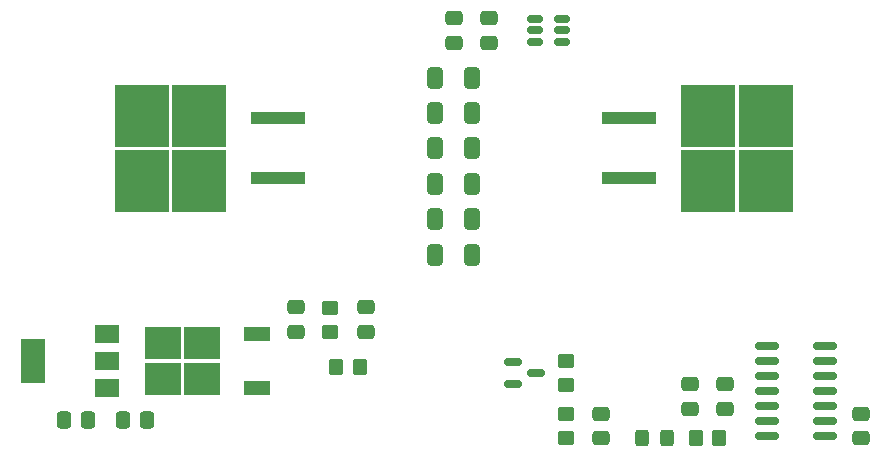
<source format=gbr>
%TF.GenerationSoftware,KiCad,Pcbnew,6.99.0-unknown-c34fb494b1~148~ubuntu20.04.1*%
%TF.CreationDate,2022-06-23T00:09:44+02:00*%
%TF.ProjectId,optimizer,6f707469-6d69-47a6-9572-2e6b69636164,rev?*%
%TF.SameCoordinates,Original*%
%TF.FileFunction,Paste,Top*%
%TF.FilePolarity,Positive*%
%FSLAX46Y46*%
G04 Gerber Fmt 4.6, Leading zero omitted, Abs format (unit mm)*
G04 Created by KiCad (PCBNEW 6.99.0-unknown-c34fb494b1~148~ubuntu20.04.1) date 2022-06-23 00:09:44*
%MOMM*%
%LPD*%
G01*
G04 APERTURE LIST*
G04 Aperture macros list*
%AMRoundRect*
0 Rectangle with rounded corners*
0 $1 Rounding radius*
0 $2 $3 $4 $5 $6 $7 $8 $9 X,Y pos of 4 corners*
0 Add a 4 corners polygon primitive as box body*
4,1,4,$2,$3,$4,$5,$6,$7,$8,$9,$2,$3,0*
0 Add four circle primitives for the rounded corners*
1,1,$1+$1,$2,$3*
1,1,$1+$1,$4,$5*
1,1,$1+$1,$6,$7*
1,1,$1+$1,$8,$9*
0 Add four rect primitives between the rounded corners*
20,1,$1+$1,$2,$3,$4,$5,0*
20,1,$1+$1,$4,$5,$6,$7,0*
20,1,$1+$1,$6,$7,$8,$9,0*
20,1,$1+$1,$8,$9,$2,$3,0*%
G04 Aperture macros list end*
%ADD10RoundRect,0.150000X-0.512500X-0.150000X0.512500X-0.150000X0.512500X0.150000X-0.512500X0.150000X0*%
%ADD11RoundRect,0.250000X0.412500X0.650000X-0.412500X0.650000X-0.412500X-0.650000X0.412500X-0.650000X0*%
%ADD12RoundRect,0.250000X0.475000X-0.337500X0.475000X0.337500X-0.475000X0.337500X-0.475000X-0.337500X0*%
%ADD13RoundRect,0.250000X0.450000X-0.350000X0.450000X0.350000X-0.450000X0.350000X-0.450000X-0.350000X0*%
%ADD14R,4.600000X1.100000*%
%ADD15R,4.550000X5.250000*%
%ADD16RoundRect,0.250000X0.350000X0.450000X-0.350000X0.450000X-0.350000X-0.450000X0.350000X-0.450000X0*%
%ADD17RoundRect,0.250000X-0.475000X0.337500X-0.475000X-0.337500X0.475000X-0.337500X0.475000X0.337500X0*%
%ADD18RoundRect,0.250000X-0.325000X-0.450000X0.325000X-0.450000X0.325000X0.450000X-0.325000X0.450000X0*%
%ADD19RoundRect,0.250000X-0.337500X-0.475000X0.337500X-0.475000X0.337500X0.475000X-0.337500X0.475000X0*%
%ADD20R,3.050000X2.750000*%
%ADD21R,2.200000X1.200000*%
%ADD22RoundRect,0.250000X0.337500X0.475000X-0.337500X0.475000X-0.337500X-0.475000X0.337500X-0.475000X0*%
%ADD23RoundRect,0.150000X-0.587500X-0.150000X0.587500X-0.150000X0.587500X0.150000X-0.587500X0.150000X0*%
%ADD24RoundRect,0.150000X0.825000X0.150000X-0.825000X0.150000X-0.825000X-0.150000X0.825000X-0.150000X0*%
%ADD25R,2.000000X1.500000*%
%ADD26R,2.000000X3.800000*%
%ADD27RoundRect,0.250000X-0.450000X0.350000X-0.450000X-0.350000X0.450000X-0.350000X0.450000X0.350000X0*%
G04 APERTURE END LIST*
D10*
%TO.C,U4*%
X162862500Y-107050000D03*
X162862500Y-108000000D03*
X162862500Y-108950000D03*
X165137500Y-108950000D03*
X165137500Y-108000000D03*
X165137500Y-107050000D03*
%TD*%
D11*
%TO.C,C8*%
X157562500Y-112000000D03*
X154437500Y-112000000D03*
%TD*%
D12*
%TO.C,C1*%
X179000000Y-140037500D03*
X179000000Y-137962500D03*
%TD*%
D11*
%TO.C,C10*%
X157562500Y-118000000D03*
X154437500Y-118000000D03*
%TD*%
D13*
%TO.C,R3*%
X145537500Y-133500000D03*
X145537500Y-131500000D03*
%TD*%
D12*
%TO.C,C3*%
X148537500Y-133537500D03*
X148537500Y-131462500D03*
%TD*%
%TO.C,C4*%
X176000000Y-140037500D03*
X176000000Y-137962500D03*
%TD*%
D14*
%TO.C,D2*%
X141149999Y-115459999D03*
X141149999Y-120539999D03*
D15*
X129574999Y-115224999D03*
X129574999Y-120774999D03*
X134424999Y-115224999D03*
X134424999Y-120774999D03*
%TD*%
D11*
%TO.C,C12*%
X157562500Y-124000000D03*
X154437500Y-124000000D03*
%TD*%
D16*
%TO.C,R2*%
X148037500Y-136500000D03*
X146037500Y-136500000D03*
%TD*%
D12*
%TO.C,C7*%
X190500000Y-142537500D03*
X190500000Y-140462500D03*
%TD*%
D16*
%TO.C,R1*%
X178500000Y-142500000D03*
X176500000Y-142500000D03*
%TD*%
D17*
%TO.C,C16*%
X168500000Y-140462500D03*
X168500000Y-142537500D03*
%TD*%
D18*
%TO.C,D1*%
X171975000Y-142500000D03*
X174025000Y-142500000D03*
%TD*%
D19*
%TO.C,C6*%
X123000000Y-141000000D03*
X125075000Y-141000000D03*
%TD*%
D20*
%TO.C,U1*%
X134712499Y-137524999D03*
X134712499Y-134474999D03*
X131362499Y-137524999D03*
X131362499Y-134474999D03*
D21*
X139337499Y-138279999D03*
X139337499Y-133719999D03*
%TD*%
D12*
%TO.C,C2*%
X142637500Y-133537500D03*
X142637500Y-131462500D03*
%TD*%
D17*
%TO.C,C15*%
X156000000Y-106962500D03*
X156000000Y-109037500D03*
%TD*%
D11*
%TO.C,C9*%
X157562500Y-115000000D03*
X154437500Y-115000000D03*
%TD*%
D22*
%TO.C,C5*%
X130075000Y-141000000D03*
X128000000Y-141000000D03*
%TD*%
D23*
%TO.C,D3*%
X161062500Y-136050000D03*
X161062500Y-137950000D03*
X162937500Y-137000000D03*
%TD*%
D11*
%TO.C,C13*%
X157562500Y-127000000D03*
X154437500Y-127000000D03*
%TD*%
D17*
%TO.C,C14*%
X159000000Y-106962500D03*
X159000000Y-109037500D03*
%TD*%
D24*
%TO.C,U3*%
X187475000Y-142310000D03*
X187475000Y-141040000D03*
X187475000Y-139770000D03*
X187475000Y-138500000D03*
X187475000Y-137230000D03*
X187475000Y-135960000D03*
X187475000Y-134690000D03*
X182525000Y-134690000D03*
X182525000Y-135960000D03*
X182525000Y-137230000D03*
X182525000Y-138500000D03*
X182525000Y-139770000D03*
X182525000Y-141040000D03*
X182525000Y-142310000D03*
%TD*%
D15*
%TO.C,Q1*%
X177574999Y-115224999D03*
X177574999Y-120774999D03*
X182424999Y-115224999D03*
X182424999Y-120774999D03*
D14*
X170849999Y-115459999D03*
X170849999Y-120539999D03*
%TD*%
D11*
%TO.C,C11*%
X157562500Y-121000000D03*
X154437500Y-121000000D03*
%TD*%
D25*
%TO.C,U2*%
X126687499Y-138299999D03*
X126687499Y-135999999D03*
D26*
X120387499Y-135999999D03*
D25*
X126687499Y-133699999D03*
%TD*%
D27*
%TO.C,R5*%
X165500000Y-140500000D03*
X165500000Y-142500000D03*
%TD*%
%TO.C,R4*%
X165500000Y-136000000D03*
X165500000Y-138000000D03*
%TD*%
M02*

</source>
